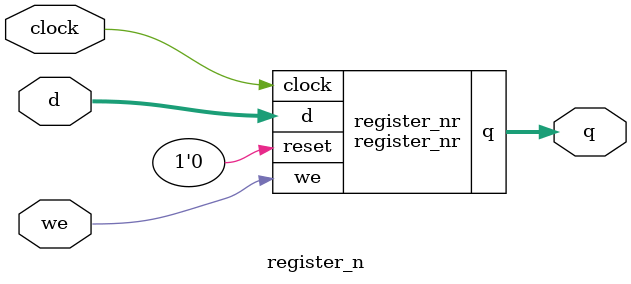
<source format=sv>


module register_r #(parameter N = 8) (
  input   logic           clock,
  input   logic           reset,
  input   logic           we,
  input   logic [N-1:0]   d,
  output  logic [N-1:0]   q
);

  always_ff @ (posedge clock, posedge reset)
    if (reset)    q <= 0;
    else if (we)  q <= d;

endmodule

// register (positive edge clock, no reset)

module register #(parameter N = 8) (
  input   logic           clock,
  input   logic           we,    // write enable
  input   logic [N-1:0]   d,
  output  logic [N-1:0]   q
);

  register_r register_r(
    .clock  (clock),
    .reset  (1'b0),
    .we     (we),
    .d      (d),
    .q      (q)
  );

endmodule


// register (negative edge clock, async reset)

module register_nr #(parameter N = 8) (
  input   logic           clock,
  input   logic           reset,
  input   logic           we,
  input   logic [N-1:0]   d,
  output  logic [N-1:0]   q
);

  always_ff @ (negedge clock, posedge reset)
    if (reset)    q <= 0;
    else if (we)  q <= d;

endmodule


// register (negative edge clock, no reset)

module register_n #(parameter N = 8) (
  input   logic           clock,
  input   logic           we,    // write enable
  input   logic [N-1:0]   d,
  output  logic [N-1:0]   q
);

  register_nr register_nr(
    .clock  (clock),
    .reset  (1'b0),
    .we     (we),
    .d      (d),
    .q      (q)
  );

endmodule

</source>
